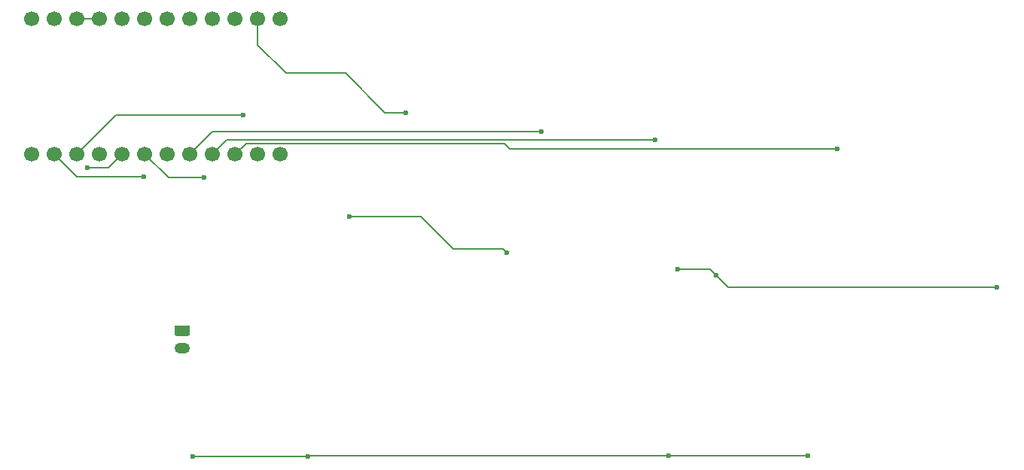
<source format=gtl>
G04 #@! TF.GenerationSoftware,KiCad,Pcbnew,8.0.6+1*
G04 #@! TF.CreationDate,2024-11-11T16:29:40+00:00*
G04 #@! TF.ProjectId,not_about_money_autorouted,6e6f745f-6162-46f7-9574-5f6d6f6e6579,v1.0.0*
G04 #@! TF.SameCoordinates,Original*
G04 #@! TF.FileFunction,Copper,L1,Top*
G04 #@! TF.FilePolarity,Positive*
%FSLAX46Y46*%
G04 Gerber Fmt 4.6, Leading zero omitted, Abs format (unit mm)*
G04 Created by KiCad (PCBNEW 8.0.6+1) date 2024-11-11 16:29:40*
%MOMM*%
%LPD*%
G01*
G04 APERTURE LIST*
G04 #@! TA.AperFunction,ComponentPad*
%ADD10O,1.750000X1.200000*%
G04 #@! TD*
G04 #@! TA.AperFunction,ComponentPad*
%ADD11C,1.700000*%
G04 #@! TD*
G04 #@! TA.AperFunction,ViaPad*
%ADD12C,0.600000*%
G04 #@! TD*
G04 #@! TA.AperFunction,Conductor*
%ADD13C,0.200000*%
G04 #@! TD*
G04 APERTURE END LIST*
G04 #@! TA.AperFunction,ComponentPad*
G36*
G01*
X110135000Y-70100000D02*
X108865000Y-70100000D01*
G75*
G02*
X108625000Y-69860000I0J240000D01*
G01*
X108625000Y-69140000D01*
G75*
G02*
X108865000Y-68900000I240000J0D01*
G01*
X110135000Y-68900000D01*
G75*
G02*
X110375000Y-69140000I0J-240000D01*
G01*
X110375000Y-69860000D01*
G75*
G02*
X110135000Y-70100000I-240000J0D01*
G01*
G37*
G04 #@! TD.AperFunction*
D10*
X109500000Y-71500000D03*
D11*
X92600000Y-34380000D03*
X95140000Y-34380000D03*
X97680000Y-34380000D03*
X100220000Y-34380000D03*
X102760000Y-34380000D03*
X105300000Y-34380000D03*
X107840000Y-34380000D03*
X110380000Y-34380000D03*
X112920000Y-34380000D03*
X115460000Y-34380000D03*
X118000000Y-34380000D03*
X120540000Y-34380000D03*
X120540000Y-49620000D03*
X118000000Y-49620000D03*
X115460000Y-49620000D03*
X112920000Y-49620000D03*
X110380000Y-49620000D03*
X107840000Y-49620000D03*
X105300000Y-49620000D03*
X102760000Y-49620000D03*
X100220000Y-49620000D03*
X97680000Y-49620000D03*
X95140000Y-49620000D03*
X92600000Y-49620000D03*
D12*
X98797800Y-51140600D03*
X111915000Y-52252900D03*
X149915000Y-47088900D03*
X162646700Y-48026600D03*
X183141400Y-49032500D03*
X134636400Y-44962000D03*
X164216200Y-83600200D03*
X110706000Y-83637200D03*
X123617500Y-83637200D03*
X179830000Y-83600200D03*
X128292500Y-56647600D03*
X169535200Y-63277300D03*
X146022500Y-60751400D03*
X201147700Y-64600200D03*
X165233400Y-62588400D03*
X105169400Y-52160100D03*
X116316300Y-45258100D03*
D13*
X102760000Y-49620000D02*
X101239400Y-51140600D01*
X101239400Y-51140600D02*
X98797800Y-51140600D01*
X105300000Y-49620000D02*
X107932900Y-52252900D01*
X107932900Y-52252900D02*
X111915000Y-52252900D01*
X110380000Y-49620000D02*
X112911100Y-47088900D01*
X112911100Y-47088900D02*
X149915000Y-47088900D01*
X114513400Y-48026600D02*
X112920000Y-49620000D01*
X162646700Y-48026600D02*
X114513400Y-48026600D01*
X145734500Y-48426700D02*
X146340300Y-49032500D01*
X146340300Y-49032500D02*
X183141400Y-49032500D01*
X115460000Y-49620000D02*
X116653300Y-48426700D01*
X116653300Y-48426700D02*
X145734500Y-48426700D01*
X132282000Y-44962000D02*
X134636400Y-44962000D01*
X127839400Y-40519400D02*
X132282000Y-44962000D01*
X118000000Y-37356700D02*
X121162700Y-40519400D01*
X121162700Y-40519400D02*
X127839400Y-40519400D01*
X118000000Y-34380000D02*
X118000000Y-37356700D01*
X110706000Y-83637200D02*
X123617500Y-83637200D01*
X123654500Y-83600200D02*
X123617500Y-83637200D01*
X164216200Y-83600200D02*
X123654500Y-83600200D01*
X179830000Y-83600200D02*
X164216200Y-83600200D01*
X128292500Y-56647600D02*
X136324800Y-56647600D01*
X169535200Y-63277300D02*
X168846300Y-62588400D01*
X168846300Y-62588400D02*
X165233400Y-62588400D01*
X145560300Y-60289200D02*
X146022500Y-60751400D01*
X169535200Y-63277300D02*
X170858100Y-64600200D01*
X170858100Y-64600200D02*
X201147700Y-64600200D01*
X139966400Y-60289200D02*
X145560300Y-60289200D01*
X136324800Y-56647600D02*
X139966400Y-60289200D01*
X97680100Y-52160100D02*
X105169400Y-52160100D01*
X95140000Y-49620000D02*
X97680100Y-52160100D01*
X100220000Y-34380000D02*
X97680000Y-34380000D01*
X102041900Y-45258100D02*
X97680000Y-49620000D01*
X116316300Y-45258100D02*
X102041900Y-45258100D01*
M02*

</source>
